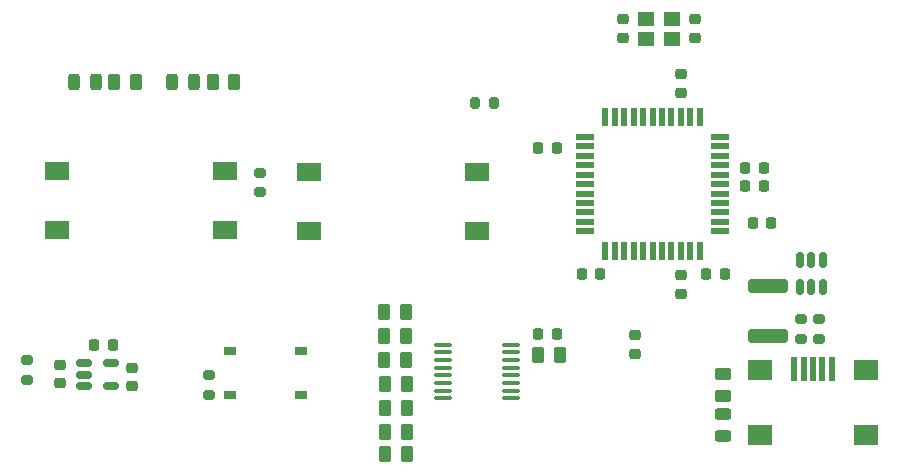
<source format=gbr>
%TF.GenerationSoftware,KiCad,Pcbnew,(7.0.0)*%
%TF.CreationDate,2023-04-20T12:18:01-06:00*%
%TF.ProjectId,Phase_B_PCB_Prototype,50686173-655f-4425-9f50-43425f50726f,rev?*%
%TF.SameCoordinates,Original*%
%TF.FileFunction,Paste,Top*%
%TF.FilePolarity,Positive*%
%FSLAX46Y46*%
G04 Gerber Fmt 4.6, Leading zero omitted, Abs format (unit mm)*
G04 Created by KiCad (PCBNEW (7.0.0)) date 2023-04-20 12:18:01*
%MOMM*%
%LPD*%
G01*
G04 APERTURE LIST*
G04 Aperture macros list*
%AMRoundRect*
0 Rectangle with rounded corners*
0 $1 Rounding radius*
0 $2 $3 $4 $5 $6 $7 $8 $9 X,Y pos of 4 corners*
0 Add a 4 corners polygon primitive as box body*
4,1,4,$2,$3,$4,$5,$6,$7,$8,$9,$2,$3,0*
0 Add four circle primitives for the rounded corners*
1,1,$1+$1,$2,$3*
1,1,$1+$1,$4,$5*
1,1,$1+$1,$6,$7*
1,1,$1+$1,$8,$9*
0 Add four rect primitives between the rounded corners*
20,1,$1+$1,$2,$3,$4,$5,0*
20,1,$1+$1,$4,$5,$6,$7,0*
20,1,$1+$1,$6,$7,$8,$9,0*
20,1,$1+$1,$8,$9,$2,$3,0*%
G04 Aperture macros list end*
%ADD10RoundRect,0.225000X-0.250000X0.225000X-0.250000X-0.225000X0.250000X-0.225000X0.250000X0.225000X0*%
%ADD11R,1.000000X0.700000*%
%ADD12RoundRect,0.225000X-0.225000X-0.250000X0.225000X-0.250000X0.225000X0.250000X-0.225000X0.250000X0*%
%ADD13R,1.400000X1.200000*%
%ADD14RoundRect,0.250000X0.262500X0.450000X-0.262500X0.450000X-0.262500X-0.450000X0.262500X-0.450000X0*%
%ADD15RoundRect,0.150000X-0.512500X-0.150000X0.512500X-0.150000X0.512500X0.150000X-0.512500X0.150000X0*%
%ADD16RoundRect,0.225000X0.225000X0.250000X-0.225000X0.250000X-0.225000X-0.250000X0.225000X-0.250000X0*%
%ADD17RoundRect,0.200000X-0.275000X0.200000X-0.275000X-0.200000X0.275000X-0.200000X0.275000X0.200000X0*%
%ADD18R,1.500000X0.550000*%
%ADD19R,0.550000X1.500000*%
%ADD20RoundRect,0.250000X-0.262500X-0.450000X0.262500X-0.450000X0.262500X0.450000X-0.262500X0.450000X0*%
%ADD21RoundRect,0.200000X-0.200000X-0.275000X0.200000X-0.275000X0.200000X0.275000X-0.200000X0.275000X0*%
%ADD22RoundRect,0.243750X-0.243750X-0.456250X0.243750X-0.456250X0.243750X0.456250X-0.243750X0.456250X0*%
%ADD23RoundRect,0.150000X0.150000X-0.512500X0.150000X0.512500X-0.150000X0.512500X-0.150000X-0.512500X0*%
%ADD24RoundRect,0.225000X0.250000X-0.225000X0.250000X0.225000X-0.250000X0.225000X-0.250000X-0.225000X0*%
%ADD25RoundRect,0.243750X0.456250X-0.243750X0.456250X0.243750X-0.456250X0.243750X-0.456250X-0.243750X0*%
%ADD26RoundRect,0.200000X0.275000X-0.200000X0.275000X0.200000X-0.275000X0.200000X-0.275000X-0.200000X0*%
%ADD27R,2.000000X1.500000*%
%ADD28RoundRect,0.250000X1.450000X-0.312500X1.450000X0.312500X-1.450000X0.312500X-1.450000X-0.312500X0*%
%ADD29RoundRect,0.250000X-0.450000X0.262500X-0.450000X-0.262500X0.450000X-0.262500X0.450000X0.262500X0*%
%ADD30RoundRect,0.100000X-0.637500X-0.100000X0.637500X-0.100000X0.637500X0.100000X-0.637500X0.100000X0*%
%ADD31R,2.000000X1.700000*%
%ADD32R,0.500000X2.000000*%
G04 APERTURE END LIST*
D10*
%TO.C,C1*%
X136779000Y-81052000D03*
X136779000Y-82602000D03*
%TD*%
D11*
%TO.C,S3*%
X103456999Y-112847999D03*
X103456999Y-109147999D03*
X97456999Y-112847999D03*
X97456999Y-109147999D03*
%TD*%
D12*
%TO.C,C15*%
X123558000Y-107696000D03*
X125108000Y-107696000D03*
%TD*%
D10*
%TO.C,C14*%
X83058000Y-110284000D03*
X83058000Y-111834000D03*
%TD*%
D13*
%TO.C,Y1*%
X132630999Y-82676999D03*
X134830999Y-82676999D03*
X134830999Y-80976999D03*
X132630999Y-80976999D03*
%TD*%
D14*
%TO.C,R12*%
X110593500Y-117885000D03*
X112418500Y-117885000D03*
%TD*%
%TO.C,R11*%
X110593500Y-115951000D03*
X112418500Y-115951000D03*
%TD*%
D15*
%TO.C,U5*%
X85095500Y-110175000D03*
X85095500Y-111125000D03*
X85095500Y-112075000D03*
X87370500Y-112075000D03*
X87370500Y-110175000D03*
%TD*%
D14*
%TO.C,R9*%
X110593500Y-111887000D03*
X112418500Y-111887000D03*
%TD*%
D16*
%TO.C,C13*%
X87510500Y-108585000D03*
X85960500Y-108585000D03*
%TD*%
D12*
%TO.C,C3*%
X141719000Y-98298000D03*
X143269000Y-98298000D03*
%TD*%
%TO.C,C10*%
X141084000Y-95123000D03*
X142634000Y-95123000D03*
%TD*%
D17*
%TO.C,R17*%
X80264000Y-111569000D03*
X80264000Y-109919000D03*
%TD*%
D18*
%TO.C,U3*%
X138922999Y-98995999D03*
X138922999Y-98195999D03*
X138922999Y-97395999D03*
X138922999Y-96595999D03*
X138922999Y-95795999D03*
X138922999Y-94995999D03*
X138922999Y-94195999D03*
X138922999Y-93395999D03*
X138922999Y-92595999D03*
X138922999Y-91795999D03*
X138922999Y-90995999D03*
D19*
X137222999Y-89295999D03*
X136422999Y-89295999D03*
X135622999Y-89295999D03*
X134822999Y-89295999D03*
X134022999Y-89295999D03*
X133222999Y-89295999D03*
X132422999Y-89295999D03*
X131622999Y-89295999D03*
X130822999Y-89295999D03*
X130022999Y-89295999D03*
X129222999Y-89295999D03*
D18*
X127522999Y-90995999D03*
X127522999Y-91795999D03*
X127522999Y-92595999D03*
X127522999Y-93395999D03*
X127522999Y-94195999D03*
X127522999Y-94995999D03*
X127522999Y-95795999D03*
X127522999Y-96595999D03*
X127522999Y-97395999D03*
X127522999Y-98195999D03*
X127522999Y-98995999D03*
D19*
X129222999Y-100695999D03*
X130022999Y-100695999D03*
X130822999Y-100695999D03*
X131622999Y-100695999D03*
X132422999Y-100695999D03*
X133222999Y-100695999D03*
X134022999Y-100695999D03*
X134822999Y-100695999D03*
X135622999Y-100695999D03*
X136422999Y-100695999D03*
X137222999Y-100695999D03*
%TD*%
D12*
%TO.C,C7*%
X141084000Y-93599000D03*
X142634000Y-93599000D03*
%TD*%
D20*
%TO.C,R5*%
X125372500Y-109474000D03*
X123547500Y-109474000D03*
%TD*%
D21*
%TO.C,R2*%
X118174000Y-88138000D03*
X119824000Y-88138000D03*
%TD*%
D22*
%TO.C,D2*%
X84231000Y-86360000D03*
X86106000Y-86360000D03*
%TD*%
D17*
%TO.C,R1*%
X99949000Y-94044000D03*
X99949000Y-95694000D03*
%TD*%
D10*
%TO.C,C11*%
X135636000Y-102730000D03*
X135636000Y-104280000D03*
%TD*%
D23*
%TO.C,U4*%
X145730000Y-103694500D03*
X146680000Y-103694500D03*
X147630000Y-103694500D03*
X147630000Y-101419500D03*
X146680000Y-101419500D03*
X145730000Y-101419500D03*
%TD*%
D14*
%TO.C,R4*%
X89455000Y-86360000D03*
X87630000Y-86360000D03*
%TD*%
D24*
%TO.C,C12*%
X89148500Y-110538000D03*
X89148500Y-112088000D03*
%TD*%
D16*
%TO.C,C5*%
X128791000Y-102616000D03*
X127241000Y-102616000D03*
%TD*%
D25*
%TO.C,D3*%
X139187000Y-114446500D03*
X139187000Y-116321500D03*
%TD*%
D24*
%TO.C,C8*%
X135636000Y-87249000D03*
X135636000Y-85699000D03*
%TD*%
D22*
%TO.C,D1*%
X94397000Y-86360000D03*
X92522000Y-86360000D03*
%TD*%
D26*
%TO.C,R15*%
X147320000Y-106427000D03*
X147320000Y-108077000D03*
%TD*%
D27*
%TO.C,S1*%
X82765999Y-93892999D03*
X97065999Y-93892999D03*
X82765999Y-98892999D03*
X97065999Y-98892999D03*
%TD*%
D14*
%TO.C,R3*%
X95988500Y-86360000D03*
X97813500Y-86360000D03*
%TD*%
D28*
%TO.C,F1*%
X142997000Y-103594500D03*
X142997000Y-107869500D03*
%TD*%
D17*
%TO.C,R13*%
X95631000Y-111189000D03*
X95631000Y-112839000D03*
%TD*%
D16*
%TO.C,C6*%
X125108000Y-91948000D03*
X123558000Y-91948000D03*
%TD*%
D27*
%TO.C,S2*%
X104101999Y-93932999D03*
X118401999Y-93932999D03*
X104101999Y-98932999D03*
X118401999Y-98932999D03*
%TD*%
D14*
%TO.C,R7*%
X110490000Y-107823000D03*
X112315000Y-107823000D03*
%TD*%
D24*
%TO.C,C2*%
X130683000Y-82602000D03*
X130683000Y-81052000D03*
%TD*%
D29*
%TO.C,R14*%
X139187000Y-112935500D03*
X139187000Y-111110500D03*
%TD*%
D12*
%TO.C,C4*%
X137782000Y-102616000D03*
X139332000Y-102616000D03*
%TD*%
D10*
%TO.C,C9*%
X131699000Y-107810000D03*
X131699000Y-109360000D03*
%TD*%
D14*
%TO.C,R8*%
X110490000Y-109855000D03*
X112315000Y-109855000D03*
%TD*%
D30*
%TO.C,U2*%
X115501500Y-108596000D03*
X115501500Y-109246000D03*
X115501500Y-109896000D03*
X115501500Y-110546000D03*
X115501500Y-111196000D03*
X115501500Y-111846000D03*
X115501500Y-112496000D03*
X115501500Y-113146000D03*
X121226500Y-113146000D03*
X121226500Y-112496000D03*
X121226500Y-111846000D03*
X121226500Y-111196000D03*
X121226500Y-110546000D03*
X121226500Y-109896000D03*
X121226500Y-109246000D03*
X121226500Y-108596000D03*
%TD*%
D14*
%TO.C,R6*%
X110490000Y-105791000D03*
X112315000Y-105791000D03*
%TD*%
D31*
%TO.C,J1*%
X151256999Y-116201999D03*
X151256999Y-110751999D03*
X142356999Y-116201999D03*
X142356999Y-110751999D03*
D32*
X148406999Y-110651999D03*
X147606999Y-110651999D03*
X146806999Y-110651999D03*
X146006999Y-110651999D03*
X145206999Y-110651999D03*
%TD*%
D14*
%TO.C,R10*%
X110593500Y-113919000D03*
X112418500Y-113919000D03*
%TD*%
D26*
%TO.C,R16*%
X145796000Y-106427000D03*
X145796000Y-108077000D03*
%TD*%
M02*

</source>
